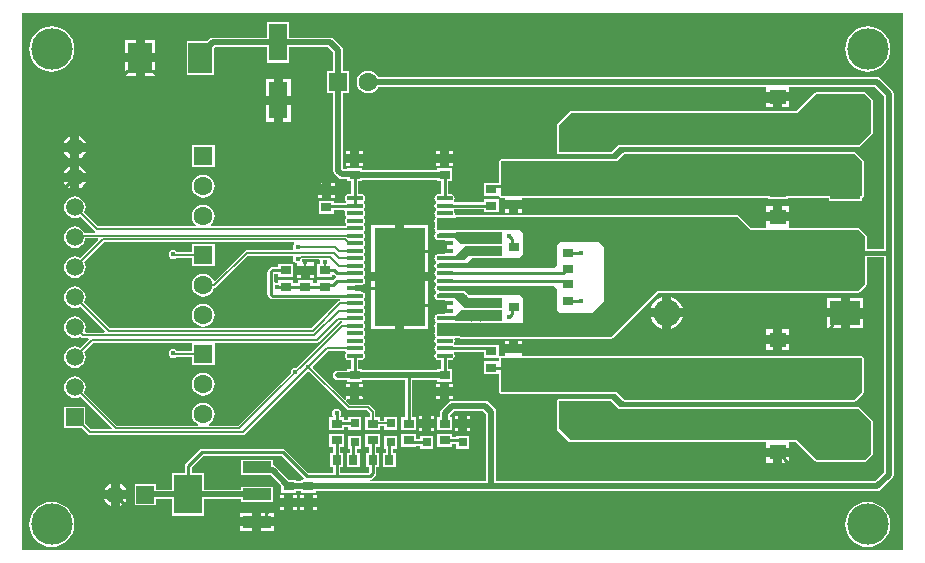
<source format=gtl>
G04*
G04 #@! TF.GenerationSoftware,Altium Limited,Altium Designer,20.2.7 (254)*
G04*
G04 Layer_Physical_Order=1*
G04 Layer_Color=255*
%FSLAX24Y24*%
%MOIN*%
G70*
G04*
G04 #@! TF.SameCoordinates,2B5C52AC-4926-4EBA-B23B-6648677431C1*
G04*
G04*
G04 #@! TF.FilePolarity,Positive*
G04*
G01*
G75*
%ADD17C,0.0100*%
%ADD19R,0.0374X0.0315*%
%ADD20R,0.0315X0.0315*%
%ADD21R,0.0550X0.0500*%
%ADD22R,0.0630X0.1240*%
%ADD23R,0.1697X0.3252*%
%ADD24O,0.0551X0.0157*%
%ADD25R,0.0315X0.0374*%
%ADD26R,0.0945X0.0394*%
%ADD27R,0.0945X0.1299*%
%ADD28R,0.0630X0.0630*%
%ADD29C,0.0630*%
%ADD30R,0.0630X0.0630*%
%ADD31R,0.0984X0.0787*%
%ADD32C,0.0900*%
%ADD33R,0.0900X0.0900*%
%ADD34C,0.0591*%
%ADD35R,0.0591X0.0591*%
%ADD36R,0.0591X0.0591*%
%ADD37R,0.0787X0.0984*%
%ADD38C,0.1380*%
%ADD40C,0.0200*%
%ADD41C,0.0150*%
%ADD42C,0.0060*%
%ADD43C,0.0177*%
%ADD44C,0.0197*%
G36*
X49334Y19187D02*
X19958D01*
Y35775D01*
Y37063D01*
X49334D01*
Y19187D01*
D02*
G37*
%LPC*%
G36*
X24389Y36167D02*
X24046D01*
Y35725D01*
X24389D01*
Y36167D01*
D02*
G37*
G36*
X23746D02*
X23402D01*
Y35725D01*
X23746D01*
Y36167D01*
D02*
G37*
G36*
X48146Y36629D02*
X47999Y36614D01*
X47857Y36571D01*
X47727Y36502D01*
X47613Y36408D01*
X47519Y36294D01*
X47449Y36163D01*
X47407Y36022D01*
X47392Y35875D01*
X47407Y35728D01*
X47449Y35587D01*
X47519Y35456D01*
X47613Y35342D01*
X47727Y35248D01*
X47857Y35179D01*
X47999Y35136D01*
X48146Y35121D01*
X48293Y35136D01*
X48434Y35179D01*
X48564Y35248D01*
X48679Y35342D01*
X48772Y35456D01*
X48842Y35587D01*
X48885Y35728D01*
X48899Y35875D01*
X48885Y36022D01*
X48842Y36163D01*
X48772Y36294D01*
X48679Y36408D01*
X48564Y36502D01*
X48434Y36571D01*
X48293Y36614D01*
X48146Y36629D01*
D02*
G37*
G36*
X20946D02*
X20799Y36614D01*
X20657Y36571D01*
X20527Y36502D01*
X20413Y36408D01*
X20319Y36294D01*
X20249Y36163D01*
X20207Y36022D01*
X20192Y35875D01*
X20207Y35728D01*
X20249Y35587D01*
X20319Y35456D01*
X20413Y35342D01*
X20527Y35248D01*
X20657Y35179D01*
X20799Y35136D01*
X20946Y35121D01*
X21093Y35136D01*
X21234Y35179D01*
X21364Y35248D01*
X21479Y35342D01*
X21572Y35456D01*
X21642Y35587D01*
X21685Y35728D01*
X21699Y35875D01*
X21685Y36022D01*
X21642Y36163D01*
X21572Y36294D01*
X21479Y36408D01*
X21364Y36502D01*
X21234Y36571D01*
X21093Y36614D01*
X20946Y36629D01*
D02*
G37*
G36*
X24389Y35425D02*
X24046D01*
Y34983D01*
X24389D01*
Y35425D01*
D02*
G37*
G36*
X23746D02*
X23402D01*
Y34983D01*
X23746D01*
Y35425D01*
D02*
G37*
G36*
X28911Y34881D02*
X28646D01*
Y34310D01*
X28911D01*
Y34881D01*
D02*
G37*
G36*
X28346D02*
X28081D01*
Y34310D01*
X28346D01*
Y34881D01*
D02*
G37*
G36*
X45521Y34125D02*
X45296D01*
Y33925D01*
X45521D01*
Y34125D01*
D02*
G37*
G36*
X44996D02*
X44771D01*
Y33925D01*
X44996D01*
Y34125D01*
D02*
G37*
G36*
X28911Y34010D02*
X28646D01*
Y33440D01*
X28911D01*
Y34010D01*
D02*
G37*
G36*
X28346D02*
X28081D01*
Y33440D01*
X28346D01*
Y34010D01*
D02*
G37*
G36*
X21868Y32966D02*
Y32750D01*
X22084D01*
X22063Y32799D01*
X22000Y32882D01*
X21917Y32945D01*
X21868Y32966D01*
D02*
G37*
G36*
X21568Y32966D02*
X21519Y32945D01*
X21436Y32882D01*
X21373Y32799D01*
X21352Y32750D01*
X21568D01*
Y32966D01*
D02*
G37*
G36*
X34337Y32483D02*
X34200D01*
Y32376D01*
X34337D01*
Y32483D01*
D02*
G37*
G36*
X33900D02*
X33763D01*
Y32376D01*
X33900D01*
Y32483D01*
D02*
G37*
G36*
X31337D02*
X31200D01*
Y32376D01*
X31337D01*
Y32483D01*
D02*
G37*
G36*
X30900D02*
X30763D01*
Y32376D01*
X30900D01*
Y32483D01*
D02*
G37*
G36*
X48046Y34440D02*
X46446D01*
X46400Y34421D01*
X45769Y33790D01*
X38246D01*
X38200Y33771D01*
X37800Y33371D01*
X37781Y33325D01*
X37781Y32425D01*
X37800Y32379D01*
X37846Y32360D01*
X39596Y32360D01*
X39642Y32379D01*
X39873Y32610D01*
X47846D01*
X47892Y32629D01*
X48292Y33029D01*
X48311Y33075D01*
Y34175D01*
X48292Y34221D01*
X48092Y34421D01*
X48046Y34440D01*
D02*
G37*
G36*
X22084Y32450D02*
X21868D01*
Y32234D01*
X21917Y32255D01*
X22000Y32318D01*
X22063Y32401D01*
X22084Y32450D01*
D02*
G37*
G36*
X21568D02*
X21352D01*
X21373Y32401D01*
X21436Y32318D01*
X21519Y32255D01*
X21568Y32234D01*
Y32450D01*
D02*
G37*
G36*
X47696Y32440D02*
X40046D01*
X40000Y32421D01*
X39769Y32190D01*
X35923Y32190D01*
X35877Y32171D01*
X35858Y32125D01*
Y31466D01*
X35851Y31419D01*
X35357D01*
Y30984D01*
X35851D01*
X35872Y30942D01*
X35877Y30929D01*
X35923Y30910D01*
X36059Y30910D01*
Y30826D01*
X36633D01*
Y30910D01*
X44811Y30910D01*
Y30865D01*
X45481D01*
Y30910D01*
X46844Y30910D01*
Y30821D01*
X47948D01*
Y30911D01*
X47992Y30929D01*
X48011Y30975D01*
X48011Y32125D01*
X47992Y32171D01*
X47742Y32421D01*
X47696Y32440D01*
D02*
G37*
G36*
X34337Y32076D02*
X34200D01*
Y31968D01*
X34337D01*
Y32076D01*
D02*
G37*
G36*
X33900D02*
X33763D01*
Y31968D01*
X33900D01*
Y32076D01*
D02*
G37*
G36*
X31337D02*
X31200D01*
Y31968D01*
X31337D01*
Y32076D01*
D02*
G37*
G36*
X30900D02*
X30763D01*
Y31968D01*
X30900D01*
Y32076D01*
D02*
G37*
G36*
X26375Y32675D02*
X25625D01*
Y31925D01*
X26375D01*
Y32675D01*
D02*
G37*
G36*
X21868Y31966D02*
Y31750D01*
X22084D01*
X22063Y31799D01*
X22000Y31882D01*
X21917Y31945D01*
X21868Y31966D01*
D02*
G37*
G36*
X21568Y31966D02*
X21519Y31945D01*
X21436Y31882D01*
X21373Y31799D01*
X21352Y31750D01*
X21568D01*
Y31966D01*
D02*
G37*
G36*
X30383Y31408D02*
X30246D01*
Y31301D01*
X30383D01*
Y31408D01*
D02*
G37*
G36*
X29946D02*
X29809D01*
Y31301D01*
X29946D01*
Y31408D01*
D02*
G37*
G36*
X22084Y31450D02*
X21868D01*
Y31234D01*
X21917Y31255D01*
X22000Y31318D01*
X22063Y31401D01*
X22084Y31450D01*
D02*
G37*
G36*
X21568D02*
X21352D01*
X21373Y31401D01*
X21436Y31318D01*
X21519Y31255D01*
X21568Y31234D01*
Y31450D01*
D02*
G37*
G36*
X26000Y31678D02*
X25902Y31665D01*
X25811Y31628D01*
X25733Y31567D01*
X25672Y31489D01*
X25635Y31398D01*
X25622Y31300D01*
X25635Y31202D01*
X25672Y31111D01*
X25733Y31033D01*
X25811Y30972D01*
X25902Y30935D01*
X26000Y30922D01*
X26098Y30935D01*
X26189Y30972D01*
X26267Y31033D01*
X26328Y31111D01*
X26365Y31202D01*
X26378Y31300D01*
X26365Y31398D01*
X26328Y31489D01*
X26267Y31567D01*
X26189Y31628D01*
X26098Y31665D01*
X26000Y31678D01*
D02*
G37*
G36*
X30383Y31001D02*
X30246D01*
Y30893D01*
X30383D01*
Y31001D01*
D02*
G37*
G36*
X29946D02*
X29809D01*
Y30893D01*
X29946D01*
Y31001D01*
D02*
G37*
G36*
X28871Y36770D02*
X28121D01*
Y36253D01*
X26312D01*
X26249Y36240D01*
X26196Y36205D01*
X26124Y36132D01*
X26124Y36132D01*
X26119Y36127D01*
X25442D01*
Y35023D01*
X26349D01*
Y35896D01*
X26355Y35902D01*
X26355Y35902D01*
X26379Y35926D01*
X28121D01*
Y35409D01*
X28871D01*
Y35926D01*
X30164D01*
X30333Y35757D01*
Y35150D01*
X30121D01*
Y34400D01*
X30333D01*
Y31816D01*
X30345Y31754D01*
X30380Y31701D01*
X30497Y31584D01*
X30550Y31548D01*
X30613Y31536D01*
X30803D01*
Y31457D01*
X30938D01*
Y31041D01*
X30853D01*
X30799Y31031D01*
X30753Y31000D01*
X30722Y30954D01*
X30712Y30900D01*
X30722Y30846D01*
X30748Y30807D01*
X30753Y30784D01*
X30708Y30738D01*
X30343D01*
Y30817D01*
X29849D01*
Y30382D01*
X30343D01*
Y30513D01*
X30702D01*
X30729Y30463D01*
X30722Y30454D01*
X30712Y30400D01*
X30722Y30346D01*
X30748Y30307D01*
X30753Y30284D01*
Y30266D01*
X30748Y30243D01*
X30722Y30204D01*
X30712Y30150D01*
X30722Y30096D01*
X30748Y30057D01*
X30753Y30034D01*
Y30016D01*
X30748Y29993D01*
X30731Y29967D01*
X26264D01*
X26247Y30017D01*
X26267Y30033D01*
X26328Y30111D01*
X26365Y30202D01*
X26378Y30300D01*
X26365Y30398D01*
X26328Y30489D01*
X26267Y30567D01*
X26189Y30628D01*
X26098Y30665D01*
X26000Y30678D01*
X25902Y30665D01*
X25811Y30628D01*
X25733Y30567D01*
X25672Y30489D01*
X25635Y30398D01*
X25622Y30300D01*
X25635Y30202D01*
X25672Y30111D01*
X25733Y30033D01*
X25753Y30017D01*
X25736Y29967D01*
X22481D01*
X22028Y30420D01*
X22028Y30421D01*
X22064Y30507D01*
X22076Y30600D01*
X22064Y30693D01*
X22028Y30779D01*
X21971Y30853D01*
X21897Y30910D01*
X21811Y30946D01*
X21718Y30958D01*
X21625Y30946D01*
X21539Y30910D01*
X21465Y30853D01*
X21408Y30779D01*
X21372Y30693D01*
X21360Y30600D01*
X21372Y30507D01*
X21408Y30421D01*
X21465Y30347D01*
X21539Y30290D01*
X21625Y30254D01*
X21718Y30242D01*
X21811Y30254D01*
X21897Y30290D01*
X21898Y30290D01*
X22378Y29810D01*
X22406Y29792D01*
X22406Y29788D01*
X22389Y29742D01*
X22044D01*
X22028Y29779D01*
X21971Y29853D01*
X21897Y29910D01*
X21811Y29946D01*
X21718Y29958D01*
X21625Y29946D01*
X21539Y29910D01*
X21465Y29853D01*
X21408Y29779D01*
X21372Y29693D01*
X21360Y29600D01*
X21372Y29507D01*
X21408Y29421D01*
X21465Y29347D01*
X21539Y29290D01*
X21625Y29254D01*
X21718Y29242D01*
X21811Y29254D01*
X21897Y29290D01*
X21971Y29347D01*
X22028Y29421D01*
X22064Y29507D01*
X22071Y29558D01*
X22481D01*
X22500Y29512D01*
X21898Y28910D01*
X21897Y28910D01*
X21811Y28946D01*
X21718Y28958D01*
X21625Y28946D01*
X21539Y28910D01*
X21465Y28853D01*
X21408Y28779D01*
X21372Y28693D01*
X21360Y28600D01*
X21372Y28507D01*
X21408Y28421D01*
X21465Y28347D01*
X21539Y28290D01*
X21625Y28254D01*
X21718Y28242D01*
X21811Y28254D01*
X21897Y28290D01*
X21971Y28347D01*
X22028Y28421D01*
X22064Y28507D01*
X22076Y28600D01*
X22064Y28693D01*
X22028Y28779D01*
X22028Y28780D01*
X22681Y29433D01*
X29025D01*
X29040Y29383D01*
X29039Y29382D01*
X29006Y29333D01*
X28994Y29275D01*
X29006Y29217D01*
X29006Y29217D01*
X28979Y29167D01*
X27446D01*
X27411Y29160D01*
X27381Y29140D01*
X26389Y28148D01*
X26340Y28158D01*
X26328Y28189D01*
X26267Y28267D01*
X26189Y28328D01*
X26098Y28365D01*
X26000Y28378D01*
X25902Y28365D01*
X25811Y28328D01*
X25733Y28267D01*
X25672Y28189D01*
X25635Y28098D01*
X25622Y28000D01*
X25635Y27902D01*
X25672Y27811D01*
X25733Y27733D01*
X25811Y27672D01*
X25902Y27635D01*
X26000Y27622D01*
X26098Y27635D01*
X26189Y27672D01*
X26267Y27733D01*
X26328Y27811D01*
X26365Y27902D01*
X26366Y27908D01*
X26371D01*
X26406Y27915D01*
X26436Y27935D01*
X27484Y28983D01*
X28979D01*
X29006Y28933D01*
X29006Y28933D01*
X28994Y28875D01*
X29006Y28817D01*
X29039Y28768D01*
X29088Y28735D01*
X29113Y28730D01*
Y28650D01*
X29400D01*
X29687D01*
Y28757D01*
X29306D01*
X29279Y28807D01*
X29286Y28817D01*
X29295Y28862D01*
X29869D01*
X29901Y28812D01*
X29894Y28775D01*
X29898Y28756D01*
X29866Y28717D01*
X29803D01*
Y28283D01*
X30297D01*
Y28344D01*
X30347Y28365D01*
X30391Y28321D01*
X30391Y28321D01*
X30418Y28303D01*
X30423Y28280D01*
Y28270D01*
X30418Y28247D01*
X30391Y28229D01*
X30391Y28229D01*
X30343Y28181D01*
X30297Y28166D01*
Y28166D01*
X30297Y28166D01*
X29803D01*
Y28061D01*
X29647D01*
Y28166D01*
X29153D01*
Y28061D01*
X28997D01*
Y28166D01*
X28503D01*
Y28105D01*
X28464Y28073D01*
X28446Y28076D01*
X28408Y28069D01*
X28358Y28101D01*
Y28388D01*
X28503D01*
Y28283D01*
X28997D01*
Y28717D01*
X28503D01*
Y28612D01*
X28304D01*
X28261Y28604D01*
X28225Y28579D01*
X28225Y28579D01*
X28166Y28521D01*
X28142Y28484D01*
X28134Y28441D01*
X28134Y28441D01*
Y27709D01*
X28134Y27709D01*
X28142Y27666D01*
X28166Y27629D01*
X28225Y27571D01*
X28225Y27571D01*
X28261Y27546D01*
X28304Y27538D01*
X30546D01*
X30551Y27488D01*
X30536Y27485D01*
X30506Y27465D01*
X29608Y26567D01*
X22881D01*
X22028Y27420D01*
X22028Y27421D01*
X22064Y27507D01*
X22076Y27600D01*
X22064Y27693D01*
X22028Y27779D01*
X21971Y27853D01*
X21897Y27910D01*
X21811Y27946D01*
X21718Y27958D01*
X21625Y27946D01*
X21539Y27910D01*
X21465Y27853D01*
X21408Y27779D01*
X21372Y27693D01*
X21360Y27600D01*
X21372Y27507D01*
X21408Y27421D01*
X21465Y27347D01*
X21539Y27290D01*
X21625Y27254D01*
X21718Y27242D01*
X21811Y27254D01*
X21897Y27290D01*
X21898Y27290D01*
X22725Y26463D01*
X22706Y26417D01*
X22081D01*
X22047Y26467D01*
X22064Y26507D01*
X22076Y26600D01*
X22064Y26693D01*
X22028Y26779D01*
X21971Y26853D01*
X21897Y26910D01*
X21811Y26946D01*
X21718Y26958D01*
X21625Y26946D01*
X21539Y26910D01*
X21465Y26853D01*
X21408Y26779D01*
X21372Y26693D01*
X21360Y26600D01*
X21372Y26507D01*
X21408Y26421D01*
X21465Y26347D01*
X21539Y26290D01*
X21625Y26254D01*
X21718Y26242D01*
X21811Y26254D01*
X21897Y26290D01*
X21900Y26291D01*
X21931Y26260D01*
X21961Y26240D01*
X21996Y26233D01*
X22156D01*
X22175Y26187D01*
X21898Y25910D01*
X21897Y25910D01*
X21811Y25946D01*
X21718Y25958D01*
X21625Y25946D01*
X21539Y25910D01*
X21465Y25853D01*
X21408Y25779D01*
X21372Y25693D01*
X21360Y25600D01*
X21372Y25507D01*
X21408Y25421D01*
X21465Y25347D01*
X21539Y25290D01*
X21625Y25254D01*
X21718Y25242D01*
X21811Y25254D01*
X21897Y25290D01*
X21971Y25347D01*
X22028Y25421D01*
X22064Y25507D01*
X22076Y25600D01*
X22064Y25693D01*
X22028Y25779D01*
X22028Y25780D01*
X22331Y26083D01*
X25578D01*
X25625Y26075D01*
X25625Y26033D01*
Y25792D01*
X25130D01*
X25103Y25832D01*
X25054Y25865D01*
X24996Y25876D01*
X24938Y25865D01*
X24889Y25832D01*
X24856Y25783D01*
X24844Y25725D01*
X24856Y25667D01*
X24889Y25618D01*
X24938Y25585D01*
X24996Y25574D01*
X25054Y25585D01*
X25088Y25608D01*
X25625D01*
Y25325D01*
X26375D01*
X26375Y26075D01*
X26422Y26083D01*
X29796D01*
X29831Y26090D01*
X29861Y26110D01*
X30541Y26790D01*
X30608D01*
X30613Y26740D01*
X30586Y26735D01*
X30556Y26715D01*
X29090Y25249D01*
X29069Y25253D01*
X29011Y25241D01*
X28962Y25208D01*
X28929Y25159D01*
X28918Y25101D01*
X28922Y25081D01*
X27158Y23317D01*
X26185D01*
X26175Y23367D01*
X26189Y23372D01*
X26267Y23433D01*
X26328Y23511D01*
X26365Y23602D01*
X26378Y23700D01*
X26365Y23798D01*
X26328Y23889D01*
X26267Y23967D01*
X26189Y24028D01*
X26098Y24065D01*
X26000Y24078D01*
X25902Y24065D01*
X25811Y24028D01*
X25733Y23967D01*
X25672Y23889D01*
X25635Y23798D01*
X25622Y23700D01*
X25635Y23602D01*
X25672Y23511D01*
X25733Y23433D01*
X25811Y23372D01*
X25825Y23367D01*
X25815Y23317D01*
X23131D01*
X22028Y24420D01*
X22028Y24421D01*
X22064Y24507D01*
X22076Y24600D01*
X22064Y24693D01*
X22028Y24779D01*
X21971Y24853D01*
X21897Y24910D01*
X21811Y24946D01*
X21718Y24958D01*
X21625Y24946D01*
X21539Y24910D01*
X21465Y24853D01*
X21408Y24779D01*
X21372Y24693D01*
X21360Y24600D01*
X21372Y24507D01*
X21408Y24421D01*
X21465Y24347D01*
X21539Y24290D01*
X21625Y24254D01*
X21718Y24242D01*
X21811Y24254D01*
X21897Y24290D01*
X21898Y24290D01*
X22945Y23243D01*
X22926Y23197D01*
X22251D01*
X22073Y23375D01*
Y23955D01*
X21363D01*
Y23245D01*
X21944D01*
X22148Y23040D01*
X22178Y23020D01*
X22213Y23013D01*
X27326D01*
X27361Y23020D01*
X27391Y23040D01*
X29477Y25126D01*
X29497Y25122D01*
X29515Y25126D01*
X30781Y23860D01*
X30811Y23840D01*
X30846Y23833D01*
X31458D01*
X31554Y23737D01*
Y23598D01*
X31399D01*
Y23163D01*
X31893D01*
Y23298D01*
X32028D01*
Y23172D01*
X32463D01*
Y23607D01*
X32028D01*
Y23482D01*
X31893D01*
Y23598D01*
X31737D01*
Y23775D01*
X31730Y23810D01*
X31711Y23840D01*
X31561Y23990D01*
X31531Y24010D01*
X31496Y24017D01*
X30884D01*
X30756Y24144D01*
X30780Y24191D01*
X30806Y24191D01*
X30900D01*
Y24299D01*
X30763D01*
Y24238D01*
X30763Y24208D01*
X30716Y24185D01*
X29645Y25256D01*
X29648Y25274D01*
X29644Y25294D01*
X30159Y25808D01*
X30728D01*
X30752Y25760D01*
X30748Y25743D01*
X30722Y25704D01*
X30712Y25650D01*
X30722Y25596D01*
X30753Y25550D01*
X30799Y25519D01*
X30853Y25509D01*
X30938D01*
Y25217D01*
X30803D01*
Y25153D01*
X30481D01*
X30418Y25141D01*
X30366Y25105D01*
X30330Y25052D01*
X30318Y24990D01*
X30330Y24927D01*
X30366Y24875D01*
X30418Y24839D01*
X30481Y24827D01*
X30803D01*
Y24783D01*
X31297D01*
Y24837D01*
X32734D01*
Y23598D01*
X32599D01*
Y23163D01*
X33093D01*
Y23598D01*
X32958D01*
Y24837D01*
X33803D01*
Y24783D01*
X34297D01*
Y25217D01*
X34162D01*
Y25509D01*
X34239D01*
X34293Y25519D01*
X34339Y25550D01*
X34370Y25596D01*
X34380Y25650D01*
X34370Y25704D01*
X34347Y25738D01*
X34362Y25779D01*
X34369Y25788D01*
X35357D01*
Y25583D01*
X35812D01*
X35852Y25576D01*
X35858Y25536D01*
Y25514D01*
X35851Y25467D01*
X35357D01*
Y25032D01*
X35851D01*
X35858Y24985D01*
Y24425D01*
X35877Y24379D01*
X35923Y24360D01*
X39769Y24360D01*
X40000Y24129D01*
X40046Y24110D01*
X47696D01*
X47742Y24129D01*
X47992Y24379D01*
X48011Y24425D01*
X48011Y25575D01*
X47992Y25621D01*
X47946Y25640D01*
X36633Y25640D01*
Y25724D01*
X36346D01*
X36059D01*
Y25640D01*
X35923Y25640D01*
X35901Y25631D01*
X35851Y25660D01*
Y26018D01*
X35357D01*
Y26012D01*
X34369D01*
X34362Y26021D01*
X34347Y26062D01*
X34370Y26096D01*
X34380Y26150D01*
X34370Y26204D01*
X34369Y26205D01*
X34396Y26255D01*
X34523D01*
X34550Y26229D01*
X34596Y26210D01*
X36099D01*
Y26208D01*
X36593D01*
Y26210D01*
X39596Y26210D01*
X39642Y26229D01*
X41165Y27752D01*
X47838Y27752D01*
X47884Y27771D01*
X48092Y27979D01*
X48111Y28025D01*
X48111Y28937D01*
X48683D01*
Y21743D01*
X48404Y21464D01*
X35759D01*
Y23775D01*
X35746Y23837D01*
X35711Y23890D01*
X35511Y24090D01*
X35458Y24126D01*
X35396Y24138D01*
X34296D01*
X34233Y24126D01*
X34180Y24090D01*
X33930Y23840D01*
X33895Y23787D01*
X33883Y23725D01*
Y23598D01*
X33799D01*
Y23163D01*
X34293D01*
Y23598D01*
X34209D01*
Y23657D01*
X34363Y23812D01*
X35328D01*
X35433Y23707D01*
Y21464D01*
X31548D01*
X31546Y21513D01*
X31546Y21513D01*
X31589Y21521D01*
X31625Y21546D01*
X31729Y21650D01*
X31754Y21686D01*
X31762Y21729D01*
X31762Y21729D01*
Y21928D01*
X31868D01*
Y22422D01*
X31758D01*
Y22612D01*
X31893D01*
Y23047D01*
X31399D01*
Y22612D01*
X31534D01*
Y22422D01*
X31433D01*
Y21928D01*
X31538D01*
Y21776D01*
X31499Y21737D01*
X30562D01*
Y21928D01*
X30668D01*
Y22422D01*
X30558D01*
Y22612D01*
X30693D01*
Y23047D01*
X30199D01*
Y22612D01*
X30334D01*
Y22422D01*
X30233D01*
Y21928D01*
X30338D01*
Y21737D01*
X29492D01*
X28725Y22504D01*
X28689Y22529D01*
X28646Y22537D01*
X28646Y22537D01*
X25946D01*
X25946Y22537D01*
X25903Y22529D01*
X25866Y22504D01*
X25866Y22504D01*
X25425Y22063D01*
X25400Y22026D01*
X25392Y21983D01*
X25392Y21983D01*
Y21735D01*
X24971D01*
Y21188D01*
X24419D01*
Y21374D01*
X23708D01*
Y20663D01*
X24419D01*
Y20862D01*
X24971D01*
Y20315D01*
X26036D01*
Y20862D01*
X27255D01*
Y20768D01*
X28320D01*
Y21282D01*
X27255D01*
Y21188D01*
X26036D01*
Y21735D01*
X25616D01*
Y21937D01*
X25992Y22313D01*
X28599D01*
X29344Y21568D01*
X29323Y21518D01*
X29249D01*
Y21464D01*
X29093D01*
Y21518D01*
X28859D01*
X28428Y21949D01*
X28375Y21984D01*
X28320Y21995D01*
Y22187D01*
X27255D01*
Y21674D01*
X27868D01*
X27884Y21671D01*
X28245D01*
X28599Y21317D01*
Y21083D01*
X29093D01*
Y21137D01*
X29249D01*
Y21083D01*
X29743D01*
Y21137D01*
X48471D01*
X48534Y21150D01*
X48587Y21185D01*
X48961Y21560D01*
X48996Y21613D01*
X49009Y21675D01*
Y29075D01*
Y34375D01*
X48996Y34437D01*
X48961Y34490D01*
X48561Y34890D01*
X48508Y34926D01*
X48446Y34938D01*
X31834D01*
X31823Y34964D01*
X31763Y35042D01*
X31685Y35103D01*
X31594Y35140D01*
X31496Y35153D01*
X31398Y35140D01*
X31307Y35103D01*
X31228Y35042D01*
X31168Y34964D01*
X31130Y34873D01*
X31117Y34775D01*
X31130Y34677D01*
X31168Y34586D01*
X31228Y34508D01*
X31307Y34447D01*
X31398Y34410D01*
X31496Y34397D01*
X31594Y34410D01*
X31685Y34447D01*
X31763Y34508D01*
X31823Y34586D01*
X31834Y34612D01*
X44771D01*
Y34425D01*
X45146D01*
X45521D01*
Y34612D01*
X48378D01*
X48683Y34307D01*
Y29213D01*
X48111D01*
X48111Y29625D01*
X48092Y29671D01*
X47892Y29871D01*
X47846Y29890D01*
X45556D01*
X45521Y29925D01*
X45521Y29940D01*
Y30125D01*
X45146D01*
X44771D01*
Y29940D01*
X44771Y29925D01*
X44735Y29890D01*
X44273D01*
X43842Y30321D01*
X43796Y30340D01*
X36593Y30340D01*
Y30342D01*
X36099D01*
Y30340D01*
X34446D01*
X34413Y30326D01*
X34410Y30328D01*
X34374Y30357D01*
X34372Y30360D01*
X34380Y30400D01*
X34370Y30454D01*
X34347Y30488D01*
X34362Y30529D01*
X34369Y30538D01*
X35357D01*
Y30433D01*
X35851D01*
Y30868D01*
X35357D01*
Y30762D01*
X34369D01*
X34363Y30771D01*
X34347Y30812D01*
X34370Y30846D01*
X34380Y30900D01*
X34370Y30954D01*
X34339Y31000D01*
X34293Y31031D01*
X34239Y31041D01*
X34162D01*
Y31457D01*
X34297D01*
Y31892D01*
X33803D01*
Y31838D01*
X31297D01*
Y31892D01*
X30803D01*
Y31862D01*
X30680D01*
X30659Y31884D01*
Y34400D01*
X30871D01*
Y35150D01*
X30659D01*
Y35825D01*
X30646Y35887D01*
X30611Y35940D01*
X30346Y36205D01*
X30294Y36240D01*
X30231Y36253D01*
X28871D01*
Y36770D01*
D02*
G37*
G36*
X45521Y30625D02*
X45296D01*
Y30425D01*
X45521D01*
Y30625D01*
D02*
G37*
G36*
X44996D02*
X44771D01*
Y30425D01*
X44996D01*
Y30625D01*
D02*
G37*
G36*
X36633Y30526D02*
X36496D01*
Y30418D01*
X36633D01*
Y30526D01*
D02*
G37*
G36*
X36196D02*
X36059D01*
Y30418D01*
X36196D01*
Y30526D01*
D02*
G37*
G36*
X26375Y29375D02*
X25625D01*
Y29092D01*
X25130D01*
X25103Y29132D01*
X25054Y29165D01*
X24996Y29176D01*
X24938Y29165D01*
X24889Y29132D01*
X24856Y29083D01*
X24844Y29025D01*
X24856Y28967D01*
X24889Y28918D01*
X24938Y28885D01*
X24996Y28874D01*
X25054Y28885D01*
X25088Y28908D01*
X25625D01*
Y28625D01*
X26375D01*
Y29375D01*
D02*
G37*
G36*
X29687Y28350D02*
X29550D01*
Y28243D01*
X29687D01*
Y28350D01*
D02*
G37*
G36*
X29250D02*
X29113D01*
Y28243D01*
X29250D01*
Y28350D01*
D02*
G37*
G36*
X47988Y27569D02*
X47546D01*
Y27225D01*
X47988D01*
Y27569D01*
D02*
G37*
G36*
X41596Y27608D02*
Y27225D01*
X41979D01*
X41926Y27352D01*
X41838Y27467D01*
X41723Y27555D01*
X41596Y27608D01*
D02*
G37*
G36*
X41296Y27608D02*
X41168Y27555D01*
X41053Y27467D01*
X40965Y27352D01*
X40912Y27225D01*
X41296D01*
Y27608D01*
D02*
G37*
G36*
X47246Y27569D02*
X46804D01*
Y27225D01*
X47246D01*
Y27569D01*
D02*
G37*
G36*
X26000Y27378D02*
X25902Y27365D01*
X25811Y27328D01*
X25733Y27267D01*
X25672Y27189D01*
X25635Y27098D01*
X25622Y27000D01*
X25635Y26902D01*
X25672Y26811D01*
X25733Y26733D01*
X25811Y26672D01*
X25902Y26635D01*
X26000Y26622D01*
X26098Y26635D01*
X26189Y26672D01*
X26267Y26733D01*
X26328Y26811D01*
X26365Y26902D01*
X26378Y27000D01*
X26365Y27098D01*
X26328Y27189D01*
X26267Y27267D01*
X26189Y27328D01*
X26098Y27365D01*
X26000Y27378D01*
D02*
G37*
G36*
X47988Y26925D02*
X47546D01*
Y26581D01*
X47988D01*
Y26925D01*
D02*
G37*
G36*
X47246D02*
X46804D01*
Y26581D01*
X47246D01*
Y26925D01*
D02*
G37*
G36*
X41296D02*
X40912D01*
X40965Y26798D01*
X41053Y26683D01*
X41168Y26595D01*
X41296Y26542D01*
Y26925D01*
D02*
G37*
G36*
X41979D02*
X41596D01*
Y26542D01*
X41723Y26595D01*
X41838Y26683D01*
X41926Y26798D01*
X41979Y26925D01*
D02*
G37*
G36*
X45521Y26525D02*
X45296D01*
Y26325D01*
X45521D01*
Y26525D01*
D02*
G37*
G36*
X44996D02*
X44771D01*
Y26325D01*
X44996D01*
Y26525D01*
D02*
G37*
G36*
X36633Y26132D02*
X36496D01*
Y26024D01*
X36633D01*
Y26132D01*
D02*
G37*
G36*
X36196D02*
X36059D01*
Y26024D01*
X36196D01*
Y26132D01*
D02*
G37*
G36*
X45521Y26025D02*
X45296D01*
Y25825D01*
X45521D01*
Y26025D01*
D02*
G37*
G36*
X44996D02*
X44771D01*
Y25825D01*
X44996D01*
Y26025D01*
D02*
G37*
G36*
X34337Y24706D02*
X34200D01*
Y24599D01*
X34337D01*
Y24706D01*
D02*
G37*
G36*
X31337D02*
X31200D01*
Y24599D01*
X31337D01*
Y24706D01*
D02*
G37*
G36*
X33900D02*
X33763D01*
Y24599D01*
X33900D01*
Y24706D01*
D02*
G37*
G36*
X30900D02*
X30763D01*
Y24599D01*
X30900D01*
Y24706D01*
D02*
G37*
G36*
X26000Y25078D02*
X25902Y25065D01*
X25811Y25028D01*
X25733Y24967D01*
X25672Y24889D01*
X25635Y24798D01*
X25622Y24700D01*
X25635Y24602D01*
X25672Y24511D01*
X25733Y24433D01*
X25811Y24372D01*
X25902Y24335D01*
X26000Y24322D01*
X26098Y24335D01*
X26189Y24372D01*
X26267Y24433D01*
X26328Y24511D01*
X26365Y24602D01*
X26378Y24700D01*
X26365Y24798D01*
X26328Y24889D01*
X26267Y24967D01*
X26189Y25028D01*
X26098Y25065D01*
X26000Y25078D01*
D02*
G37*
G36*
X34337Y24299D02*
X34200D01*
Y24191D01*
X34337D01*
Y24299D01*
D02*
G37*
G36*
X33900D02*
X33763D01*
Y24191D01*
X33900D01*
Y24299D01*
D02*
G37*
G36*
X31337D02*
X31200D01*
Y24191D01*
X31337D01*
Y24299D01*
D02*
G37*
G36*
X33703Y23647D02*
X33596D01*
Y23540D01*
X33703D01*
Y23647D01*
D02*
G37*
G36*
X34903D02*
X34796D01*
Y23540D01*
X34903D01*
Y23647D01*
D02*
G37*
G36*
X33296D02*
X33188D01*
Y23540D01*
X33296D01*
Y23647D01*
D02*
G37*
G36*
X34496D02*
X34388D01*
Y23540D01*
X34496D01*
Y23647D01*
D02*
G37*
G36*
X30446Y23876D02*
X30388Y23865D01*
X30339Y23832D01*
X30306Y23783D01*
X30294Y23725D01*
X30306Y23667D01*
X30318Y23648D01*
X30292Y23598D01*
X30199D01*
Y23163D01*
X30693D01*
Y23278D01*
X30828D01*
Y23172D01*
X31263D01*
Y23607D01*
X30828D01*
Y23502D01*
X30693D01*
Y23598D01*
X30600D01*
X30573Y23648D01*
X30586Y23667D01*
X30597Y23725D01*
X30586Y23783D01*
X30553Y23832D01*
X30504Y23865D01*
X30446Y23876D01*
D02*
G37*
G36*
X34903Y23240D02*
X34796D01*
Y23132D01*
X34903D01*
Y23240D01*
D02*
G37*
G36*
X34496D02*
X34388D01*
Y23132D01*
X34496D01*
Y23240D01*
D02*
G37*
G36*
X33703D02*
X33596D01*
Y23132D01*
X33703D01*
Y23240D01*
D02*
G37*
G36*
X33296D02*
X33188D01*
Y23132D01*
X33296D01*
Y23240D01*
D02*
G37*
G36*
X34293Y23047D02*
X33799D01*
Y22612D01*
X34293D01*
Y22717D01*
X34428D01*
Y22543D01*
X34863D01*
Y22978D01*
X34428D01*
Y22942D01*
X34293D01*
Y23047D01*
D02*
G37*
G36*
X33093D02*
X32599D01*
Y22612D01*
X33093D01*
Y22648D01*
X33228D01*
Y22543D01*
X33663D01*
Y22978D01*
X33228D01*
Y22872D01*
X33093D01*
Y23047D01*
D02*
G37*
G36*
X39596Y24190D02*
X37846Y24190D01*
X37800Y24171D01*
X37781Y24125D01*
X37781Y23225D01*
X37800Y23179D01*
X38200Y22779D01*
X38246Y22760D01*
X44771D01*
Y22575D01*
X45146D01*
X45521D01*
Y22760D01*
X45769D01*
X46400Y22129D01*
X46446Y22110D01*
X48046D01*
X48092Y22129D01*
X48292Y22329D01*
X48311Y22375D01*
Y23475D01*
X48292Y23521D01*
X47892Y23921D01*
X47846Y23940D01*
X39873D01*
X39642Y24171D01*
X39596Y24190D01*
D02*
G37*
G36*
X45521Y22275D02*
X45296D01*
Y22075D01*
X45521D01*
Y22275D01*
D02*
G37*
G36*
X44996D02*
X44771D01*
Y22075D01*
X44996D01*
Y22275D01*
D02*
G37*
G36*
X32463Y22978D02*
X32028D01*
Y22543D01*
X32089D01*
Y22422D01*
X31984D01*
Y21928D01*
X32419D01*
Y22422D01*
X32313D01*
Y22543D01*
X32463D01*
Y22978D01*
D02*
G37*
G36*
X31263D02*
X30828D01*
Y22543D01*
X30889D01*
Y22422D01*
X30784D01*
Y21928D01*
X31219D01*
Y22422D01*
X31113D01*
Y22543D01*
X31263D01*
Y22978D01*
D02*
G37*
G36*
X23214Y21384D02*
Y21168D01*
X23429D01*
X23409Y21218D01*
X23345Y21300D01*
X23263Y21364D01*
X23214Y21384D01*
D02*
G37*
G36*
X22914D02*
X22864Y21364D01*
X22782Y21300D01*
X22718Y21218D01*
X22698Y21168D01*
X22914D01*
Y21384D01*
D02*
G37*
G36*
X29783Y21007D02*
X29646D01*
Y20899D01*
X29783D01*
Y21007D01*
D02*
G37*
G36*
X29133D02*
X28996D01*
Y20899D01*
X29133D01*
Y21007D01*
D02*
G37*
G36*
X29346D02*
X29209D01*
Y20899D01*
X29346D01*
Y21007D01*
D02*
G37*
G36*
X28696D02*
X28559D01*
Y20899D01*
X28696D01*
Y21007D01*
D02*
G37*
G36*
X23429Y20868D02*
X23214D01*
Y20653D01*
X23263Y20673D01*
X23345Y20736D01*
X23409Y20819D01*
X23429Y20868D01*
D02*
G37*
G36*
X22914D02*
X22698D01*
X22718Y20819D01*
X22782Y20736D01*
X22864Y20673D01*
X22914Y20653D01*
Y20868D01*
D02*
G37*
G36*
X29783Y20599D02*
X29646D01*
Y20492D01*
X29783D01*
Y20599D01*
D02*
G37*
G36*
X29346D02*
X29209D01*
Y20492D01*
X29346D01*
Y20599D01*
D02*
G37*
G36*
X29133D02*
X28996D01*
Y20492D01*
X29133D01*
Y20599D01*
D02*
G37*
G36*
X28696D02*
X28559D01*
Y20492D01*
X28696D01*
Y20599D01*
D02*
G37*
G36*
X28360Y20416D02*
X27937D01*
Y20269D01*
X28360D01*
Y20416D01*
D02*
G37*
G36*
X27637D02*
X27215D01*
Y20269D01*
X27637D01*
Y20416D01*
D02*
G37*
G36*
X28360Y19969D02*
X27937D01*
Y19823D01*
X28360D01*
Y19969D01*
D02*
G37*
G36*
X27637D02*
X27215D01*
Y19823D01*
X27637D01*
Y19969D01*
D02*
G37*
G36*
X48146Y20779D02*
X47999Y20764D01*
X47857Y20721D01*
X47727Y20652D01*
X47613Y20558D01*
X47519Y20444D01*
X47449Y20313D01*
X47407Y20172D01*
X47392Y20025D01*
X47407Y19878D01*
X47449Y19737D01*
X47519Y19606D01*
X47613Y19492D01*
X47727Y19398D01*
X47857Y19329D01*
X47999Y19286D01*
X48146Y19271D01*
X48293Y19286D01*
X48434Y19329D01*
X48564Y19398D01*
X48679Y19492D01*
X48772Y19606D01*
X48842Y19737D01*
X48885Y19878D01*
X48899Y20025D01*
X48885Y20172D01*
X48842Y20313D01*
X48772Y20444D01*
X48679Y20558D01*
X48564Y20652D01*
X48434Y20721D01*
X48293Y20764D01*
X48146Y20779D01*
D02*
G37*
G36*
X20946D02*
X20799Y20764D01*
X20657Y20721D01*
X20527Y20652D01*
X20413Y20558D01*
X20319Y20444D01*
X20249Y20313D01*
X20207Y20172D01*
X20192Y20025D01*
X20207Y19878D01*
X20249Y19737D01*
X20319Y19606D01*
X20413Y19492D01*
X20527Y19398D01*
X20657Y19329D01*
X20799Y19286D01*
X20946Y19271D01*
X21093Y19286D01*
X21234Y19329D01*
X21364Y19398D01*
X21479Y19492D01*
X21572Y19606D01*
X21642Y19737D01*
X21685Y19878D01*
X21699Y20025D01*
X21685Y20172D01*
X21642Y20313D01*
X21572Y20444D01*
X21479Y20558D01*
X21364Y20652D01*
X21234Y20721D01*
X21093Y20764D01*
X20946Y20779D01*
D02*
G37*
%LPD*%
G36*
X48246Y34175D02*
Y33075D01*
X47846Y32675D01*
X39846D01*
X39596Y32425D01*
X37846Y32425D01*
X37846Y33325D01*
X38246Y33725D01*
X45796D01*
X46446Y34375D01*
X48046D01*
X48246Y34175D01*
D02*
G37*
G36*
X47946Y32125D02*
X47946Y30975D01*
X35923Y30975D01*
Y32125D01*
X39796Y32125D01*
X40046Y32375D01*
X47696D01*
X47946Y32125D01*
D02*
G37*
G36*
X35250Y29762D02*
X35253Y29760D01*
X35946D01*
X35946Y29575D01*
X35946Y29375D01*
X34596Y29375D01*
X34396Y29575D01*
X33846Y29575D01*
Y29725D01*
X34396Y29725D01*
X34431Y29760D01*
X34938D01*
X34942Y29762D01*
X34946Y29762D01*
X34950Y29762D01*
X34953Y29760D01*
X35238D01*
X35242Y29762D01*
X35246Y29762D01*
X35250Y29762D01*
D02*
G37*
G36*
X35946Y29310D02*
X35946Y29310D01*
Y28975D01*
X34846D01*
X34696Y28825D01*
X33846D01*
Y28975D01*
X34396D01*
X34731Y29310D01*
X35946Y29310D01*
D02*
G37*
G36*
X34846Y27575D02*
X35946D01*
Y27240D01*
X35946Y27240D01*
X34731Y27240D01*
X34396Y27575D01*
X33846D01*
Y27725D01*
X34696D01*
X34846Y27575D01*
D02*
G37*
G36*
X43796Y30275D02*
X44246Y29825D01*
X47846D01*
X48046Y29625D01*
X48046Y28025D01*
X47838Y27817D01*
X41138Y27817D01*
X39596Y26275D01*
X34596Y26275D01*
X34550Y26320D01*
X33796Y26320D01*
Y26725D01*
X34938D01*
X34946Y26724D01*
X34953Y26725D01*
X35238D01*
X35246Y26724D01*
X35253Y26725D01*
X36646D01*
X36646Y27575D01*
X36558Y27663D01*
X34858Y27663D01*
X34701Y27820D01*
X34242D01*
X33893Y27817D01*
X33857Y27853D01*
X33857Y27946D01*
X33892Y27981D01*
X37689Y27982D01*
X37796Y27875D01*
X37796Y27175D01*
X37896Y27075D01*
X38946Y27075D01*
X39346Y27475D01*
X39346Y29275D01*
X39196Y29425D01*
X37896Y29425D01*
X37796Y29325D01*
X37796Y28675D01*
X37696Y28575D01*
X34496Y28575D01*
X33846D01*
Y28725D01*
X34796Y28725D01*
X34976Y28905D01*
X36526Y28905D01*
X36646Y29025D01*
X36646Y29725D01*
X36546Y29825D01*
X35253D01*
X35246Y29826D01*
X35238Y29825D01*
X34953D01*
X34946Y29826D01*
X34938Y29825D01*
X33796D01*
X33796Y30225D01*
X34396D01*
X34446Y30275D01*
X43796Y30275D01*
D02*
G37*
G36*
X35946Y26975D02*
X35946Y26790D01*
X35253D01*
X35250Y26788D01*
X35246Y26788D01*
X35242Y26788D01*
X35238Y26790D01*
X34953D01*
X34950Y26788D01*
X34946Y26788D01*
X34942Y26788D01*
X34938Y26790D01*
X34431D01*
X34396Y26825D01*
X33846Y26825D01*
Y26975D01*
X34396Y26975D01*
X34596Y27175D01*
X35946Y27175D01*
X35946Y26975D01*
D02*
G37*
G36*
X33803Y31457D02*
X33938D01*
Y31041D01*
X33845D01*
X33791Y31031D01*
X33745Y31000D01*
X33715Y30954D01*
X33704Y30900D01*
X33715Y30846D01*
X33741Y30807D01*
X33745Y30784D01*
Y30766D01*
X33741Y30743D01*
X33715Y30704D01*
X33704Y30650D01*
X33715Y30596D01*
X33741Y30557D01*
X33745Y30534D01*
Y30516D01*
X33741Y30493D01*
X33715Y30454D01*
X33704Y30400D01*
X33715Y30346D01*
X33733Y30318D01*
X33750Y30271D01*
X33734Y30234D01*
X33715Y30204D01*
X33704Y30150D01*
X33715Y30096D01*
X33731Y30072D01*
X33731Y29978D01*
X33715Y29954D01*
X33704Y29900D01*
X33715Y29846D01*
X33734Y29816D01*
X33750Y29779D01*
X33733Y29732D01*
X33715Y29704D01*
X33704Y29650D01*
X33715Y29596D01*
X33718Y29590D01*
X33717Y29550D01*
X33745D01*
X33745Y29550D01*
X33791Y29519D01*
X33845Y29509D01*
X34042D01*
Y29250D01*
D01*
Y29041D01*
X33845D01*
X33791Y29031D01*
X33745Y29000D01*
X33745Y29000D01*
X33717D01*
X33718Y28960D01*
X33715Y28954D01*
X33704Y28900D01*
X33715Y28846D01*
X33741Y28807D01*
X33745Y28784D01*
Y28766D01*
X33741Y28743D01*
X33715Y28704D01*
X33704Y28650D01*
X33715Y28596D01*
X33741Y28557D01*
X33745Y28534D01*
Y28516D01*
X33741Y28493D01*
X33715Y28454D01*
X33704Y28400D01*
X33715Y28346D01*
X33741Y28307D01*
X33745Y28284D01*
Y28266D01*
X33741Y28243D01*
X33715Y28204D01*
X33704Y28150D01*
X33715Y28096D01*
X33741Y28057D01*
X33745Y28034D01*
Y28016D01*
X33741Y27993D01*
X33715Y27954D01*
X33704Y27900D01*
X33715Y27846D01*
X33741Y27807D01*
X33745Y27784D01*
Y27766D01*
X33741Y27743D01*
X33715Y27704D01*
X33704Y27650D01*
X33715Y27596D01*
X33718Y27590D01*
X33717Y27550D01*
X33745D01*
X33745Y27550D01*
X33791Y27519D01*
X33845Y27509D01*
X34042D01*
Y27250D01*
D01*
Y27041D01*
X33845D01*
X33791Y27031D01*
X33745Y27000D01*
X33745Y27000D01*
X33717D01*
X33718Y26960D01*
X33715Y26954D01*
X33704Y26900D01*
X33715Y26846D01*
X33733Y26818D01*
X33750Y26771D01*
X33734Y26734D01*
X33715Y26704D01*
X33704Y26650D01*
X33715Y26596D01*
X33731Y26572D01*
Y26478D01*
X33715Y26454D01*
X33704Y26400D01*
X33715Y26346D01*
X33731Y26322D01*
Y26320D01*
X33750Y26274D01*
X33731Y26228D01*
X33715Y26204D01*
X33704Y26150D01*
X33715Y26096D01*
X33741Y26057D01*
X33745Y26034D01*
Y26016D01*
X33741Y25993D01*
X33715Y25954D01*
X33704Y25900D01*
X33715Y25846D01*
X33741Y25807D01*
X33745Y25784D01*
Y25766D01*
X33741Y25743D01*
X33715Y25704D01*
X33704Y25650D01*
X33715Y25596D01*
X33745Y25550D01*
X33791Y25519D01*
X33845Y25509D01*
X33938D01*
Y25217D01*
X33803D01*
Y25163D01*
X31297D01*
Y25217D01*
X31162D01*
Y25509D01*
X31247D01*
X31301Y25519D01*
X31347Y25550D01*
X31378Y25596D01*
X31388Y25650D01*
X31378Y25704D01*
X31352Y25743D01*
X31347Y25766D01*
Y25784D01*
X31352Y25807D01*
X31378Y25846D01*
X31388Y25900D01*
X31378Y25954D01*
X31352Y25993D01*
X31347Y26016D01*
Y26034D01*
X31352Y26057D01*
X31378Y26096D01*
X31388Y26150D01*
X31378Y26204D01*
X31352Y26243D01*
X31347Y26266D01*
Y26284D01*
X31352Y26307D01*
X31378Y26346D01*
X31388Y26400D01*
X31378Y26454D01*
X31352Y26493D01*
X31347Y26516D01*
Y26534D01*
X31352Y26557D01*
X31378Y26596D01*
X31388Y26650D01*
X31378Y26704D01*
X31352Y26743D01*
X31347Y26766D01*
Y26784D01*
X31352Y26807D01*
X31378Y26846D01*
X31388Y26900D01*
X31378Y26954D01*
X31352Y26993D01*
X31347Y27016D01*
Y27034D01*
X31352Y27057D01*
X31378Y27096D01*
X31388Y27150D01*
X31378Y27204D01*
X31352Y27243D01*
X31347Y27266D01*
Y27284D01*
X31352Y27307D01*
X31378Y27346D01*
X31388Y27400D01*
X31378Y27454D01*
X31352Y27493D01*
X31347Y27516D01*
Y27534D01*
X31352Y27557D01*
X31378Y27596D01*
X31388Y27650D01*
X31378Y27704D01*
X31374Y27710D01*
X31375Y27750D01*
X31347D01*
X31347Y27750D01*
X31301Y27781D01*
X31247Y27791D01*
X31050D01*
Y28009D01*
X31247D01*
X31301Y28019D01*
X31347Y28050D01*
X31347Y28050D01*
X31375D01*
X31374Y28090D01*
X31378Y28096D01*
X31388Y28150D01*
X31378Y28204D01*
X31352Y28243D01*
X31347Y28266D01*
Y28284D01*
X31352Y28307D01*
X31378Y28346D01*
X31388Y28400D01*
X31378Y28454D01*
X31352Y28493D01*
X31347Y28516D01*
Y28534D01*
X31352Y28557D01*
X31378Y28596D01*
X31388Y28650D01*
X31378Y28704D01*
X31352Y28743D01*
X31347Y28766D01*
Y28784D01*
X31352Y28807D01*
X31378Y28846D01*
X31388Y28900D01*
X31378Y28954D01*
X31352Y28993D01*
X31347Y29016D01*
Y29034D01*
X31352Y29057D01*
X31378Y29096D01*
X31388Y29150D01*
X31378Y29204D01*
X31352Y29243D01*
X31347Y29266D01*
Y29284D01*
X31352Y29307D01*
X31378Y29346D01*
X31388Y29400D01*
X31378Y29454D01*
X31352Y29493D01*
X31347Y29516D01*
Y29534D01*
X31352Y29557D01*
X31378Y29596D01*
X31388Y29650D01*
X31378Y29704D01*
X31352Y29743D01*
X31347Y29766D01*
Y29784D01*
X31352Y29807D01*
X31378Y29846D01*
X31388Y29900D01*
X31378Y29954D01*
X31352Y29993D01*
X31347Y30016D01*
Y30034D01*
X31352Y30057D01*
X31378Y30096D01*
X31388Y30150D01*
X31378Y30204D01*
X31352Y30243D01*
X31347Y30266D01*
Y30284D01*
X31352Y30307D01*
X31378Y30346D01*
X31388Y30400D01*
X31378Y30454D01*
X31352Y30493D01*
X31347Y30516D01*
Y30534D01*
X31352Y30557D01*
X31378Y30596D01*
X31388Y30650D01*
X31378Y30704D01*
X31352Y30743D01*
X31347Y30766D01*
Y30784D01*
X31352Y30807D01*
X31378Y30846D01*
X31388Y30900D01*
X31378Y30954D01*
X31347Y31000D01*
X31301Y31031D01*
X31247Y31041D01*
X31162D01*
Y31457D01*
X31297D01*
Y31511D01*
X33803D01*
Y31457D01*
D02*
G37*
G36*
X47946Y25575D02*
X47946Y24425D01*
X47696Y24175D01*
X40046D01*
X39796Y24425D01*
X35923Y24425D01*
Y25575D01*
X47946Y25575D01*
D02*
G37*
%LPC*%
G36*
X33494Y30001D02*
X32696D01*
Y28425D01*
X33494D01*
Y30001D01*
D02*
G37*
G36*
X32396D02*
X31598D01*
Y28425D01*
X32396D01*
Y30001D01*
D02*
G37*
G36*
X33494Y28125D02*
X32696D01*
Y26549D01*
X33494D01*
Y28125D01*
D02*
G37*
G36*
X32396D02*
X31598D01*
Y26549D01*
X32396D01*
Y28125D01*
D02*
G37*
%LPD*%
G36*
X39846Y23875D02*
X47846D01*
X48246Y23475D01*
Y22375D01*
X48046Y22175D01*
X46446D01*
X45796Y22825D01*
X38246D01*
X37846Y23225D01*
X37846Y24125D01*
X39596Y24125D01*
X39846Y23875D01*
D02*
G37*
D17*
X38146Y27474D02*
X38591D01*
X38593Y27476D01*
X38596Y23975D02*
X39246Y23325D01*
X45125Y30296D02*
X45146Y30275D01*
X44746Y30296D02*
X45125D01*
X44717Y30325D02*
X44746Y30296D01*
X44696Y30325D02*
X44717D01*
X45025Y34154D02*
X45146Y34275D01*
X44746Y34154D02*
X45025D01*
X44717Y34125D02*
X44746Y34154D01*
X44696Y34125D02*
X44717D01*
X47396Y27075D02*
X47529Y26941D01*
X47979D01*
X48546Y26375D01*
Y22125D02*
Y26375D01*
X48196Y21775D02*
X48546Y22125D01*
X45796Y21775D02*
X48196D01*
X45146Y22425D02*
X45171D01*
X45371Y22225D01*
Y22200D02*
Y22225D01*
Y22200D02*
X45796Y21775D01*
X45146Y26175D02*
X46496D01*
X46954Y26633D01*
Y26731D01*
X47297Y27075D01*
X47396D01*
X31050Y32226D02*
Y32621D01*
X31046Y32625D02*
X31050Y32621D01*
X28726Y27925D02*
X28750Y27949D01*
X28446Y27925D02*
X28726D01*
X34900Y29650D02*
X34925Y29675D01*
X36296Y29325D02*
X36346Y29276D01*
X34042Y29650D02*
X34900D01*
X36196Y29625D02*
X36296Y29524D01*
X34925Y29675D02*
X34946D01*
X36296Y29325D02*
Y29524D01*
X30066Y31151D02*
X30096D01*
X29959Y31258D02*
X30066Y31151D01*
X29959Y31258D02*
Y31288D01*
X28496Y32751D02*
X29959Y31288D01*
X28496Y32751D02*
Y34160D01*
X31050Y32226D02*
X34050D01*
X20846Y30728D02*
X21718Y31600D01*
X20846Y21675D02*
Y30728D01*
X21502Y21018D02*
X23064D01*
X20846Y21675D02*
X21502Y21018D01*
X33669Y24449D02*
X34050D01*
X33446Y24225D02*
X33669Y24449D01*
X34646Y23390D02*
X35160D01*
X35175Y23375D01*
X35196D01*
X33446Y23390D02*
Y24225D01*
X23896Y35477D02*
Y35575D01*
Y35477D02*
X24239Y35133D01*
X24338D01*
X25310Y34160D01*
X28496D01*
X21718Y32600D02*
Y33397D01*
X23454Y35133D01*
X23552D01*
X23896Y35477D01*
X21718Y31600D02*
Y32600D01*
X30450Y21625D02*
X30496D01*
X29446D02*
X30450D01*
Y21625D02*
X30450Y21625D01*
X30450Y21625D02*
Y22175D01*
X30496Y21625D02*
X31546D01*
X25504Y21025D02*
Y21983D01*
X25946Y22425D01*
X28646D01*
X29446Y21625D01*
X31650Y21729D02*
Y22175D01*
X31546Y21625D02*
X31650Y21729D01*
X30446Y23381D02*
Y23725D01*
X32846Y23381D02*
Y25000D01*
X30455Y23390D02*
X31046D01*
X30446Y23381D02*
X30455Y23390D01*
X34046Y22829D02*
X34576D01*
X34646Y22760D01*
X32846Y22829D02*
X32915Y22760D01*
X33446D01*
X32201Y22175D02*
Y22716D01*
X32246Y22760D01*
X31001Y22175D02*
Y22716D01*
X31046Y22760D01*
X31646Y22179D02*
Y22829D01*
Y22179D02*
X31650Y22175D01*
X30446Y22179D02*
Y22829D01*
Y22179D02*
X30450Y22175D01*
X28846Y20749D02*
X29496D01*
X28417D02*
X28846D01*
X27787Y20119D02*
X27929D01*
X28076Y20266D01*
Y20408D01*
X28417Y20749D01*
X23962Y20119D02*
X27787D01*
X23064Y21018D02*
X23962Y20119D01*
X31010Y24990D02*
X31025Y24975D01*
X31050Y25000D01*
X31025Y31699D02*
X31050Y31674D01*
X34042Y28150D02*
X37991D01*
X38116Y28025D01*
X38146D01*
X34042Y28400D02*
X37991D01*
X38116Y28525D01*
X38146D01*
X36796Y31425D02*
X44996D01*
X36546D02*
X36796D01*
X36296D02*
X36546D01*
X36275D02*
X36296D01*
X35604Y31301D02*
X36150D01*
X36275Y31425D01*
X45146Y31325D02*
X46895D01*
X44996Y31425D02*
X45146Y31275D01*
X46901Y31331D02*
X47052D01*
X46895Y31325D02*
X46901Y31331D01*
X39246Y33225D02*
X45146D01*
X38596Y32575D02*
X39246Y33225D01*
X34796Y29075D02*
X34805Y29066D01*
X35072D01*
X34621Y28900D02*
X34796Y29075D01*
X45146Y33225D02*
X46895D01*
X46954Y33284D01*
Y33331D01*
X47297Y33675D01*
X47396D01*
X38146Y29076D02*
X38591D01*
X38593Y29074D01*
X34042Y28900D02*
X34621D01*
X47052Y31331D02*
X47396Y31675D01*
X36796Y25125D02*
X44996D01*
X36546D02*
X36796D01*
X36296D02*
X36546D01*
X36275D02*
X36296D01*
X35604Y25249D02*
X36150D01*
X36275Y25125D01*
X45146Y25225D02*
X46895D01*
X44996Y25125D02*
X45146Y25275D01*
X46901Y25219D02*
X47052D01*
X46895Y25225D02*
X46901Y25219D01*
X36196Y26925D02*
X36296Y27026D01*
Y27225D01*
X36346Y27274D01*
X39246Y23325D02*
X45146D01*
X34796Y27475D02*
X34805Y27484D01*
X35072D01*
X34621Y27650D02*
X34796Y27475D01*
X45146Y23325D02*
X46895D01*
X46954Y23266D01*
Y23219D02*
Y23266D01*
Y23219D02*
X47297Y22875D01*
X47396D01*
X34042Y27650D02*
X34621D01*
X47052Y25219D02*
X47396Y24875D01*
X34042Y26900D02*
X34900D01*
X34925Y26875D01*
X34946D01*
X37096Y30124D02*
X40396D01*
X36346D02*
X37096D01*
Y29025D02*
Y30124D01*
X36795Y28724D02*
X37096Y29025D01*
X36346Y28724D02*
X36795D01*
X37096Y26426D02*
X38946D01*
X36346D02*
X37096D01*
Y27525D01*
X36795Y27826D02*
X37096Y27525D01*
X36346Y27826D02*
X36795D01*
X41065Y28694D02*
X41446Y29075D01*
X41065Y28544D02*
Y28694D01*
X38946Y26426D02*
X41065Y28544D01*
X41446Y29075D02*
X47396D01*
X40396Y30124D02*
X41446Y29075D01*
X32546Y28352D02*
X33344Y29150D01*
X32546Y28134D02*
X33344Y27335D01*
X33671Y27150D02*
X34042D01*
X33486Y27335D02*
X33671Y27150D01*
X33344Y27335D02*
X33486D01*
X32546Y28134D02*
Y28275D01*
X34042Y27150D02*
Y27400D01*
X33344Y29150D02*
X34042D01*
X32546Y28275D02*
Y28352D01*
X34042Y29150D02*
Y29400D01*
X31050Y27900D02*
X32171D01*
X32546Y28275D01*
X28246Y27709D02*
Y28441D01*
X28304Y28500D02*
X28750D01*
X28246Y28441D02*
X28304Y28500D01*
Y27650D02*
X31050D01*
X28246Y27709D02*
X28304Y27650D01*
X30050Y28500D02*
X30371D01*
X30471Y28400D01*
X31050Y30650D02*
Y30900D01*
X30050Y30626D02*
X30813D01*
X30838Y30650D01*
X31050D01*
X34050Y30908D02*
Y31674D01*
X34042Y30900D02*
X34050Y30908D01*
X31050Y30900D02*
Y31674D01*
Y25000D02*
Y25650D01*
X34050Y25000D02*
Y25642D01*
X34042Y25650D02*
X34050Y25642D01*
X34042Y30650D02*
X35604D01*
X34042Y30650D02*
X34042Y30650D01*
X34042Y29900D02*
Y30150D01*
X34280Y30124D02*
X36346D01*
X34255Y30150D02*
X34280Y30124D01*
X34042Y30150D02*
X34255D01*
X34042Y28650D02*
X36271D01*
X36346Y28724D01*
X34042Y27900D02*
X36271D01*
X36346Y27826D01*
X34042Y26400D02*
Y26650D01*
Y26400D02*
X36320D01*
X36346Y26426D01*
X35471Y25900D02*
X35604Y25766D01*
X34042Y25900D02*
X35471D01*
X30471Y28150D02*
X31050D01*
X30328Y28008D02*
X30471Y28150D01*
X30050Y27949D02*
X30109Y28008D01*
X30328D01*
X30471Y28400D02*
X31050D01*
X29400Y27949D02*
X30050D01*
X28750D02*
X29400D01*
D19*
X38146Y27474D02*
D03*
Y28025D02*
D03*
X31050Y25000D02*
D03*
Y24449D02*
D03*
X34050Y25000D02*
D03*
Y24449D02*
D03*
X35604Y25249D02*
D03*
Y25801D02*
D03*
X28750Y27949D02*
D03*
Y28500D02*
D03*
X29400Y27949D02*
D03*
Y28500D02*
D03*
X32846Y23381D02*
D03*
Y22829D02*
D03*
X34046Y23381D02*
D03*
Y22829D02*
D03*
X36346Y27826D02*
D03*
Y27274D02*
D03*
X30050Y28500D02*
D03*
Y27949D02*
D03*
X38146Y29076D02*
D03*
Y28525D02*
D03*
X30096Y30599D02*
D03*
Y31151D02*
D03*
X36346Y30124D02*
D03*
Y30676D02*
D03*
X31050Y31674D02*
D03*
Y32226D02*
D03*
X34050Y31674D02*
D03*
Y32226D02*
D03*
X35604Y30650D02*
D03*
Y31201D02*
D03*
X36346Y28724D02*
D03*
Y29276D02*
D03*
Y26426D02*
D03*
Y25874D02*
D03*
X30446Y23381D02*
D03*
Y22829D02*
D03*
X29496Y21301D02*
D03*
Y20749D02*
D03*
X28846Y21301D02*
D03*
Y20749D02*
D03*
X31646Y23381D02*
D03*
Y22829D02*
D03*
D20*
X33446Y22760D02*
D03*
Y23390D02*
D03*
X34646Y22760D02*
D03*
Y23390D02*
D03*
X31046Y22760D02*
D03*
Y23390D02*
D03*
X32246Y22760D02*
D03*
Y23390D02*
D03*
D21*
X45146Y30275D02*
D03*
Y31175D02*
D03*
Y33375D02*
D03*
Y34275D02*
D03*
Y25275D02*
D03*
Y26175D02*
D03*
Y22425D02*
D03*
Y23325D02*
D03*
D22*
X28496Y36090D02*
D03*
Y34160D02*
D03*
D23*
X32546Y28275D02*
D03*
D24*
X34042Y25650D02*
D03*
Y25900D02*
D03*
Y26150D02*
D03*
Y26400D02*
D03*
Y26650D02*
D03*
Y26900D02*
D03*
Y27150D02*
D03*
Y27400D02*
D03*
Y27650D02*
D03*
Y27900D02*
D03*
Y28150D02*
D03*
Y28400D02*
D03*
Y28650D02*
D03*
Y28900D02*
D03*
Y29150D02*
D03*
Y29400D02*
D03*
Y29650D02*
D03*
Y29900D02*
D03*
Y30150D02*
D03*
Y30400D02*
D03*
Y30650D02*
D03*
Y30900D02*
D03*
X31050Y25650D02*
D03*
Y25900D02*
D03*
Y26150D02*
D03*
Y26400D02*
D03*
Y26650D02*
D03*
Y26900D02*
D03*
Y27150D02*
D03*
Y27400D02*
D03*
Y27650D02*
D03*
Y27900D02*
D03*
Y28150D02*
D03*
Y28400D02*
D03*
Y28650D02*
D03*
Y28900D02*
D03*
Y29150D02*
D03*
Y29400D02*
D03*
Y29650D02*
D03*
Y29900D02*
D03*
Y30150D02*
D03*
Y30400D02*
D03*
Y30650D02*
D03*
Y30900D02*
D03*
D25*
X31001Y22175D02*
D03*
X30450D02*
D03*
X32201D02*
D03*
X31650D02*
D03*
D26*
X27787Y20119D02*
D03*
Y21025D02*
D03*
Y21931D02*
D03*
D27*
X25504Y21025D02*
D03*
D28*
X26000Y25700D02*
D03*
Y29000D02*
D03*
Y32300D02*
D03*
D29*
Y24700D02*
D03*
Y23700D02*
D03*
Y28000D02*
D03*
Y27000D02*
D03*
Y31300D02*
D03*
Y30300D02*
D03*
X31496Y34775D02*
D03*
D30*
X30496D02*
D03*
D31*
X47396Y33275D02*
D03*
Y31275D02*
D03*
Y24875D02*
D03*
Y22875D02*
D03*
Y29075D02*
D03*
Y27075D02*
D03*
D32*
X41446D02*
D03*
D33*
Y29075D02*
D03*
D34*
X21718Y32600D02*
D03*
Y31600D02*
D03*
Y30600D02*
D03*
Y28600D02*
D03*
Y26600D02*
D03*
Y24600D02*
D03*
Y25600D02*
D03*
Y27600D02*
D03*
Y29600D02*
D03*
X23064Y21018D02*
D03*
D35*
X21718Y23600D02*
D03*
D36*
X24064Y21018D02*
D03*
D37*
X23896Y35575D02*
D03*
X25896D02*
D03*
D38*
X20946Y35875D02*
D03*
Y20025D02*
D03*
X48146Y35875D02*
D03*
Y20025D02*
D03*
D40*
X48846Y29075D02*
Y34375D01*
Y21675D02*
Y29075D01*
X48471Y21301D02*
X48846Y21675D01*
X48446Y34775D02*
X48846Y34375D01*
X31496Y34775D02*
X48446D01*
X35596Y21301D02*
X48471D01*
X29496D02*
X35596D01*
X35396Y23975D02*
X35596Y23775D01*
Y21301D02*
Y23775D01*
X34296Y23975D02*
X35396D01*
X34046Y23381D02*
Y23725D01*
X34296Y23975D01*
X32846Y25000D02*
X34050D01*
X31050D02*
X32846D01*
X24070Y21025D02*
X25504D01*
X24064Y21018D02*
X24070Y21025D01*
X25504D02*
X27787D01*
X28846Y21301D02*
X29496D01*
X27787Y21931D02*
X27884Y21834D01*
X28313D01*
X28759Y21388D01*
X28496Y36090D02*
X30231D01*
X26239Y36017D02*
X26312Y36090D01*
X26239Y36017D02*
X26239D01*
X26312Y36090D02*
X28496D01*
X25896Y35673D02*
X26239Y36017D01*
X30496Y34775D02*
Y35825D01*
Y31816D02*
Y34775D01*
X30613Y31699D02*
X31025D01*
X30496Y31816D02*
X30613Y31699D01*
X30481Y24990D02*
X31010D01*
X31050Y31674D02*
X34050D01*
X30231Y36090D02*
X30496Y35825D01*
X25896Y35575D02*
Y35673D01*
D41*
X47396Y29075D02*
X48846D01*
D42*
X27196Y23225D02*
X30621Y26650D01*
X27326Y23105D02*
X30121Y25900D01*
X29497Y25274D02*
X30846Y23925D01*
X31496D01*
X31646Y23381D02*
Y23775D01*
X31496Y23925D02*
X31646Y23775D01*
X31655Y23390D02*
X32246D01*
X31646Y23381D02*
X31655Y23390D01*
X25052Y29000D02*
X26000D01*
X25027Y29025D02*
X25052Y29000D01*
X24996Y29025D02*
X25027D01*
X25052Y25700D02*
X26000D01*
X25027Y25725D02*
X25052Y25700D01*
X24996Y25725D02*
X25027D01*
X30050Y28500D02*
Y28771D01*
X30046Y28775D02*
X30050Y28771D01*
X21718Y29600D02*
X21768Y29650D01*
X27446Y29075D02*
X30346D01*
X29256Y28954D02*
X30217D01*
X22643Y29525D02*
X30740D01*
X26371Y28000D02*
X27446Y29075D01*
X21768Y29650D02*
X31050D01*
X30865Y29400D02*
X31050D01*
X21718Y28600D02*
X22643Y29525D01*
X29177Y28875D02*
X29256Y28954D01*
X30740Y29525D02*
X30865Y29400D01*
X29146Y28875D02*
X29177D01*
X29146Y29275D02*
X30396D01*
X30521Y29150D01*
X30217Y28954D02*
X30521Y28650D01*
X30346Y29075D02*
X30521Y28900D01*
X26000Y28000D02*
X26371D01*
X31050Y24449D02*
X31174Y24325D01*
X31346D01*
X29396Y28504D02*
X29400Y28500D01*
X29396Y28504D02*
Y28775D01*
X21718Y24600D02*
X23093Y23225D01*
X27196D01*
X22213Y23105D02*
X27326D01*
X21718Y23600D02*
X22213Y23105D01*
X30121Y25900D02*
X31050D01*
X30621Y26650D02*
X31050D01*
X30521Y29150D02*
X31050D01*
X30521Y28900D02*
X31050D01*
X30521Y28650D02*
X31050D01*
X21996Y26325D02*
X29696D01*
X21718Y26600D02*
X21721D01*
X21996Y26325D01*
X29696D02*
X30521Y27150D01*
X29646Y26475D02*
X30571Y27400D01*
X22843Y26475D02*
X29646D01*
X21718Y27600D02*
X22843Y26475D01*
X21718Y25600D02*
X21718D01*
X22293Y26175D02*
X29796D01*
X21718Y25600D02*
X22293Y26175D01*
X30503Y26882D02*
X31032D01*
X29796Y26175D02*
X30503Y26882D01*
X30521Y27150D02*
X31050D01*
X30571Y27400D02*
X31050D01*
X31032Y26882D02*
X31050Y26900D01*
X21718Y30600D02*
X22443Y29875D01*
X31031Y29881D02*
X31050Y29900D01*
X22443Y29875D02*
X30769D01*
X30776Y29881D02*
X31031D01*
X30769Y29875D02*
X30776Y29881D01*
D43*
X38593Y27476D02*
D03*
X48500Y33000D02*
D03*
Y31000D02*
D03*
X48000Y30000D02*
D03*
X48500Y27000D02*
D03*
X48000Y26000D02*
D03*
X48500Y25000D02*
D03*
X48000Y24000D02*
D03*
X48500Y23000D02*
D03*
X48000Y22000D02*
D03*
X48500Y21000D02*
D03*
X47000Y36000D02*
D03*
Y30000D02*
D03*
Y26000D02*
D03*
Y22000D02*
D03*
X47500Y21000D02*
D03*
X47000Y20000D02*
D03*
X46000Y36000D02*
D03*
Y30000D02*
D03*
X46500Y27000D02*
D03*
X46000Y26000D02*
D03*
Y22000D02*
D03*
X46500Y21000D02*
D03*
X46000Y20000D02*
D03*
X45000Y36000D02*
D03*
X45500Y27000D02*
D03*
Y21000D02*
D03*
X45000Y20000D02*
D03*
X44000Y36000D02*
D03*
Y34000D02*
D03*
X44500Y27000D02*
D03*
X44000Y26000D02*
D03*
Y22000D02*
D03*
X44500Y21000D02*
D03*
X44000Y20000D02*
D03*
X43000Y36000D02*
D03*
Y34000D02*
D03*
X43500Y27000D02*
D03*
X43000Y26000D02*
D03*
Y22000D02*
D03*
X43500Y21000D02*
D03*
X43000Y20000D02*
D03*
X42000Y36000D02*
D03*
Y34000D02*
D03*
X42500Y27000D02*
D03*
X42000Y26000D02*
D03*
Y22000D02*
D03*
X42500Y21000D02*
D03*
X42000Y20000D02*
D03*
X41000Y36000D02*
D03*
Y34000D02*
D03*
Y26000D02*
D03*
Y22000D02*
D03*
X41500Y21000D02*
D03*
X41000Y20000D02*
D03*
X40000Y36000D02*
D03*
Y34000D02*
D03*
Y26000D02*
D03*
Y22000D02*
D03*
X40500Y21000D02*
D03*
X40000Y20000D02*
D03*
X39000Y36000D02*
D03*
Y34000D02*
D03*
Y22000D02*
D03*
X39500Y21000D02*
D03*
X39000Y20000D02*
D03*
X38000Y36000D02*
D03*
Y34000D02*
D03*
Y22000D02*
D03*
X38500Y21000D02*
D03*
X38000Y20000D02*
D03*
X37000Y36000D02*
D03*
Y34000D02*
D03*
X37500Y33000D02*
D03*
X37000Y24000D02*
D03*
X37500Y23000D02*
D03*
X37000Y22000D02*
D03*
X37500Y21000D02*
D03*
X37000Y20000D02*
D03*
X36000Y36000D02*
D03*
Y34000D02*
D03*
X36500Y33000D02*
D03*
X36000Y24000D02*
D03*
X36500Y23000D02*
D03*
X36000Y22000D02*
D03*
X36500Y21000D02*
D03*
X36000Y20000D02*
D03*
X35000Y36000D02*
D03*
Y34000D02*
D03*
X35500Y33000D02*
D03*
X35000Y32000D02*
D03*
Y22000D02*
D03*
X35500Y21000D02*
D03*
X35000Y20000D02*
D03*
X34000Y36000D02*
D03*
Y34000D02*
D03*
X34500Y33000D02*
D03*
Y25000D02*
D03*
X34000Y22000D02*
D03*
X34500Y21000D02*
D03*
X34000Y20000D02*
D03*
X33000Y36000D02*
D03*
Y34000D02*
D03*
X33500Y33000D02*
D03*
X33000Y32000D02*
D03*
X33500Y31000D02*
D03*
X33000Y26000D02*
D03*
Y22000D02*
D03*
X33500Y21000D02*
D03*
X33000Y20000D02*
D03*
X32000Y36000D02*
D03*
Y34000D02*
D03*
X32500Y33000D02*
D03*
X32000Y32000D02*
D03*
X32500Y31000D02*
D03*
X32000Y26000D02*
D03*
Y24000D02*
D03*
X32500Y21000D02*
D03*
X32000Y20000D02*
D03*
X31000Y36000D02*
D03*
Y34000D02*
D03*
X31500Y33000D02*
D03*
Y31000D02*
D03*
Y29000D02*
D03*
Y27000D02*
D03*
Y21000D02*
D03*
X31000Y20000D02*
D03*
X30000Y34000D02*
D03*
Y32000D02*
D03*
Y22000D02*
D03*
X30500Y21000D02*
D03*
X30000Y20000D02*
D03*
X29500Y35000D02*
D03*
Y33000D02*
D03*
X29000Y32000D02*
D03*
X29500Y31000D02*
D03*
Y27000D02*
D03*
Y25000D02*
D03*
X29000Y24000D02*
D03*
X29500Y23000D02*
D03*
X29000Y20000D02*
D03*
X28500Y35000D02*
D03*
Y33000D02*
D03*
X28000Y32000D02*
D03*
X28500Y31000D02*
D03*
X28000Y28000D02*
D03*
X28500Y25000D02*
D03*
Y23000D02*
D03*
X27500Y35000D02*
D03*
X27000Y34000D02*
D03*
X27500Y33000D02*
D03*
X27000Y32000D02*
D03*
Y28000D02*
D03*
X27500Y25000D02*
D03*
X27000Y24000D02*
D03*
X27500Y23000D02*
D03*
X27000Y22000D02*
D03*
Y20000D02*
D03*
X26500Y35000D02*
D03*
X26000Y34000D02*
D03*
X26500Y33000D02*
D03*
Y31000D02*
D03*
X26000Y22000D02*
D03*
Y20000D02*
D03*
X25000Y36000D02*
D03*
Y34000D02*
D03*
X25500Y33000D02*
D03*
X25000Y32000D02*
D03*
X25500Y31000D02*
D03*
Y25000D02*
D03*
X25000Y24000D02*
D03*
Y22000D02*
D03*
Y20000D02*
D03*
X24500Y35000D02*
D03*
X24000Y34000D02*
D03*
X24500Y33000D02*
D03*
X24000Y32000D02*
D03*
X24500Y31000D02*
D03*
Y29000D02*
D03*
X24000Y28000D02*
D03*
X24500Y27000D02*
D03*
Y25000D02*
D03*
X24000Y24000D02*
D03*
Y22000D02*
D03*
Y20000D02*
D03*
X23000Y36000D02*
D03*
Y34000D02*
D03*
X23500Y33000D02*
D03*
X23000Y32000D02*
D03*
X23500Y31000D02*
D03*
Y29000D02*
D03*
X23000Y28000D02*
D03*
X23500Y27000D02*
D03*
Y25000D02*
D03*
X23000Y24000D02*
D03*
Y22000D02*
D03*
X23500Y21000D02*
D03*
X23000Y20000D02*
D03*
X22000Y36000D02*
D03*
X22500Y35000D02*
D03*
X22000Y34000D02*
D03*
X22500Y33000D02*
D03*
X22000Y32000D02*
D03*
X22500Y31000D02*
D03*
X22000Y30000D02*
D03*
X22500Y29000D02*
D03*
X22000Y28000D02*
D03*
X22500Y25000D02*
D03*
X22000Y22000D02*
D03*
X22500Y21000D02*
D03*
X22000Y20000D02*
D03*
X21500Y35000D02*
D03*
X21000Y34000D02*
D03*
Y32000D02*
D03*
X21500Y31000D02*
D03*
X21000Y30000D02*
D03*
X21500Y29000D02*
D03*
X21000Y28000D02*
D03*
X21500Y27000D02*
D03*
X21000Y26000D02*
D03*
X21500Y25000D02*
D03*
X21000Y24000D02*
D03*
X21500Y23000D02*
D03*
X21000Y22000D02*
D03*
X21500Y21000D02*
D03*
X39096Y23475D02*
D03*
X38596D02*
D03*
X38346D02*
D03*
X38846D02*
D03*
X38096D02*
D03*
X44696Y30325D02*
D03*
Y34125D02*
D03*
X29069Y25101D02*
D03*
X29497Y25274D02*
D03*
X24996Y29025D02*
D03*
Y25725D02*
D03*
X30046Y28775D02*
D03*
X31346Y24325D02*
D03*
X29396Y28775D02*
D03*
X31046Y32625D02*
D03*
X30446Y23725D02*
D03*
X28446Y27925D02*
D03*
X35096Y29475D02*
D03*
X35716Y29673D02*
D03*
X35246Y29675D02*
D03*
X35846Y29475D02*
D03*
X35474Y29673D02*
D03*
X34946Y29675D02*
D03*
X35596Y29475D02*
D03*
X35346D02*
D03*
X36196Y29625D02*
D03*
X35196Y23375D02*
D03*
X33446Y24225D02*
D03*
X29146Y29275D02*
D03*
Y28875D02*
D03*
X30481Y24990D02*
D03*
X36546Y25425D02*
D03*
X36796D02*
D03*
X39346Y33075D02*
D03*
X39096D02*
D03*
X38846D02*
D03*
X38596D02*
D03*
X38346D02*
D03*
X38096D02*
D03*
Y32825D02*
D03*
X38346D02*
D03*
X38096Y32575D02*
D03*
X38346D02*
D03*
X38596Y32825D02*
D03*
X38846D02*
D03*
X39096D02*
D03*
X39346D02*
D03*
Y32575D02*
D03*
X39096D02*
D03*
X38846D02*
D03*
X36046Y32025D02*
D03*
Y31725D02*
D03*
Y31425D02*
D03*
Y31125D02*
D03*
X36296Y32025D02*
D03*
Y31725D02*
D03*
Y31425D02*
D03*
Y31125D02*
D03*
X36546D02*
D03*
Y31425D02*
D03*
Y31725D02*
D03*
Y32025D02*
D03*
X36796D02*
D03*
Y31725D02*
D03*
Y31425D02*
D03*
Y31125D02*
D03*
X38596Y32575D02*
D03*
X34710Y28960D02*
D03*
X34472Y28914D02*
D03*
X35072Y29066D02*
D03*
X34887Y29217D02*
D03*
X35386Y29063D02*
D03*
X35630Y29063D02*
D03*
X35857D02*
D03*
X35240Y29219D02*
D03*
X34869Y29467D02*
D03*
X34646Y29475D02*
D03*
X38593Y29074D02*
D03*
X39346Y23475D02*
D03*
X38096Y23725D02*
D03*
X38346D02*
D03*
X38096Y23975D02*
D03*
X38346D02*
D03*
X38596Y23725D02*
D03*
X38846D02*
D03*
X39096D02*
D03*
X39346D02*
D03*
Y23975D02*
D03*
X39096D02*
D03*
X38846D02*
D03*
X36046Y24525D02*
D03*
Y24825D02*
D03*
Y25125D02*
D03*
Y25425D02*
D03*
X36296Y24525D02*
D03*
Y24825D02*
D03*
Y25125D02*
D03*
Y25425D02*
D03*
X36546Y25125D02*
D03*
Y24825D02*
D03*
Y24525D02*
D03*
X36796D02*
D03*
Y24825D02*
D03*
Y25125D02*
D03*
X36196Y26925D02*
D03*
X38596Y23975D02*
D03*
X34710Y27590D02*
D03*
X34472Y27636D02*
D03*
X35072Y27484D02*
D03*
X34887Y27333D02*
D03*
X35386Y27487D02*
D03*
X35630Y27487D02*
D03*
X35857D02*
D03*
X35240Y27331D02*
D03*
X34869Y27083D02*
D03*
X35474Y26877D02*
D03*
X35716D02*
D03*
X35246Y26875D02*
D03*
X35096Y27075D02*
D03*
X35346D02*
D03*
X35596D02*
D03*
X35846D02*
D03*
X34646D02*
D03*
X34946Y26875D02*
D03*
D44*
X33196Y26976D02*
D03*
X32763D02*
D03*
X32330D02*
D03*
X31896D02*
D03*
X33196Y27409D02*
D03*
X32763D02*
D03*
X32330D02*
D03*
X31896D02*
D03*
X33196Y27842D02*
D03*
X32763D02*
D03*
X32330D02*
D03*
X31896D02*
D03*
X33196Y28275D02*
D03*
X32763D02*
D03*
X32330D02*
D03*
X31896D02*
D03*
X33196Y28708D02*
D03*
X32763D02*
D03*
X32330D02*
D03*
X31896D02*
D03*
X33196Y29141D02*
D03*
X32763D02*
D03*
X32330D02*
D03*
X31896D02*
D03*
X33196Y29574D02*
D03*
X32763D02*
D03*
X32330D02*
D03*
X31896D02*
D03*
M02*

</source>
